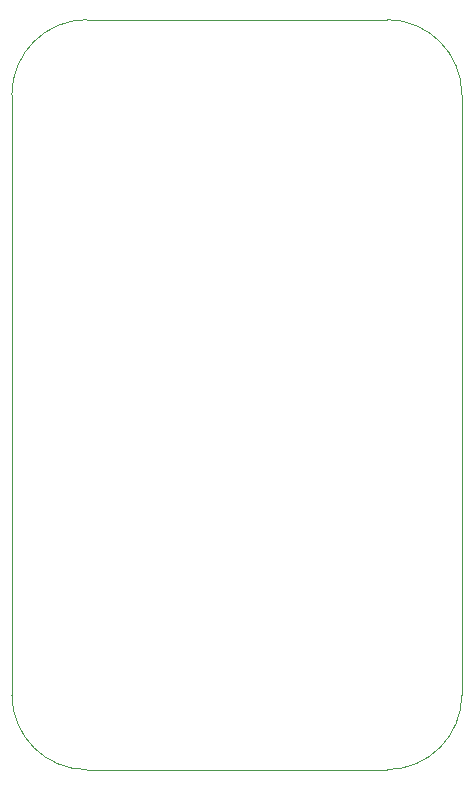
<source format=gbo>
%FSLAX34Y34*%
G04 Gerber Fmt 3.4, Leading zero omitted, Abs format*
G04 (created by PCBNEW (2013-jul-14)-product) date Saturday 22 February 2014 12:24:09 PM IST*
%MOIN*%
G01*
G70*
G90*
G04 APERTURE LIST*
%ADD10C,0.005906*%
%ADD11C,0.003937*%
%ADD12C,0.070000*%
%ADD13C,0.060000*%
%ADD14R,0.060000X0.060000*%
%ADD15C,0.240000*%
G04 APERTURE END LIST*
G54D10*
G54D11*
X85000Y-47500D02*
G75*
G03X87500Y-45000I0J2500D01*
G74*
G01*
X72500Y-45000D02*
G75*
G03X75000Y-47500I2500J0D01*
G74*
G01*
X87500Y-25000D02*
G75*
G03X85000Y-22500I-2500J0D01*
G74*
G01*
X75000Y-22500D02*
G75*
G03X72500Y-25000I0J-2500D01*
G74*
G01*
X80000Y-47500D02*
X85000Y-47500D01*
X80000Y-47500D02*
X75000Y-47500D01*
X72500Y-45000D02*
X72500Y-25000D01*
X87500Y-25000D02*
X87500Y-45000D01*
X80000Y-22500D02*
X85000Y-22500D01*
X80000Y-22500D02*
X75000Y-22500D01*
%LPC*%
G54D12*
X79114Y-23720D03*
X80885Y-26279D03*
X80885Y-23720D03*
X79114Y-26279D03*
X80885Y-36279D03*
X79114Y-33720D03*
X79114Y-36279D03*
X80885Y-33720D03*
X79114Y-28720D03*
X80885Y-31279D03*
X80885Y-28720D03*
X79114Y-31279D03*
X75885Y-31279D03*
X74114Y-28720D03*
X74114Y-31279D03*
X75885Y-28720D03*
X84114Y-28720D03*
X85885Y-31279D03*
X85885Y-28720D03*
X84114Y-31279D03*
X79114Y-41220D03*
X80885Y-43779D03*
X80885Y-41220D03*
X79114Y-43779D03*
G54D13*
X82500Y-36500D03*
X82500Y-33500D03*
X82500Y-28500D03*
X82500Y-31500D03*
X77500Y-31500D03*
X77500Y-28500D03*
X77500Y-26500D03*
X77500Y-23500D03*
X82500Y-23500D03*
X82500Y-26500D03*
X77500Y-36500D03*
X77500Y-33500D03*
G54D14*
X81500Y-46000D03*
G54D13*
X80500Y-46000D03*
X79500Y-46000D03*
X78500Y-46000D03*
X81000Y-39800D03*
X79000Y-39800D03*
G54D15*
X75000Y-25000D03*
X85000Y-25000D03*
X85000Y-42500D03*
X75000Y-42500D03*
M02*

</source>
